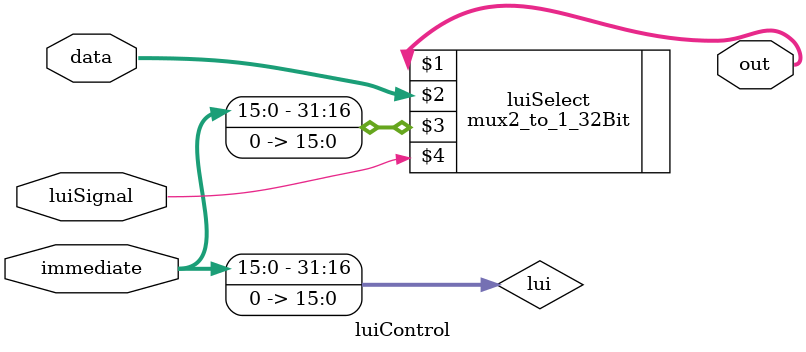
<source format=v>
module luiControl(out,immediate,luiSignal,data);
	input [15:0] immediate;
	input[31:0] data;
	input luiSignal;
	output [31:0] out;
	wire [31:0] lui;

	//performs lui operation.
	or(lui[0],1'b0,1'b0);
	or(lui[1],1'b0,1'b0);
	or(lui[2],1'b0,1'b0);
	or(lui[3],1'b0,1'b0);
	or(lui[4],1'b0,1'b0);
	or(lui[5],1'b0,1'b0);
	or(lui[6],1'b0,1'b0);
	or(lui[7],1'b0,1'b0);
	or(lui[8],1'b0,1'b0);
	or(lui[9],1'b0,1'b0);
	or(lui[10],1'b0,1'b0);
	or(lui[11],1'b0,1'b0);
	or(lui[12],1'b0,1'b0);
	or(lui[13],1'b0,1'b0);
	or(lui[14],1'b0,1'b0);
	or(lui[15],1'b0,1'b0);
	or(lui[16],1'b0,immediate[0]);
	or(lui[17],1'b0,immediate[1]);
	or(lui[18],1'b0,immediate[2]);
	or(lui[19],1'b0,immediate[3]);
	or(lui[20],1'b0,immediate[4]);
	or(lui[21],1'b0,immediate[5]);
	or(lui[22],1'b0,immediate[6]);
	or(lui[23],1'b0,immediate[7]);
	or(lui[24],1'b0,immediate[8]);
	or(lui[25],1'b0,immediate[9]);
	or(lui[26],1'b0,immediate[10]);
	or(lui[27],1'b0,immediate[11]);
	or(lui[28],1'b0,immediate[12]);
	or(lui[29],1'b0,immediate[13]);
	or(lui[30],1'b0,immediate[14]);
	or(lui[31],1'b0,immediate[15]);
	//Select lui operation or data that comes loadOperation part according to control unit lui signal.
	mux2_to_1_32Bit  luiSelect (out ,data,lui,luiSignal );
	

endmodule
</source>
